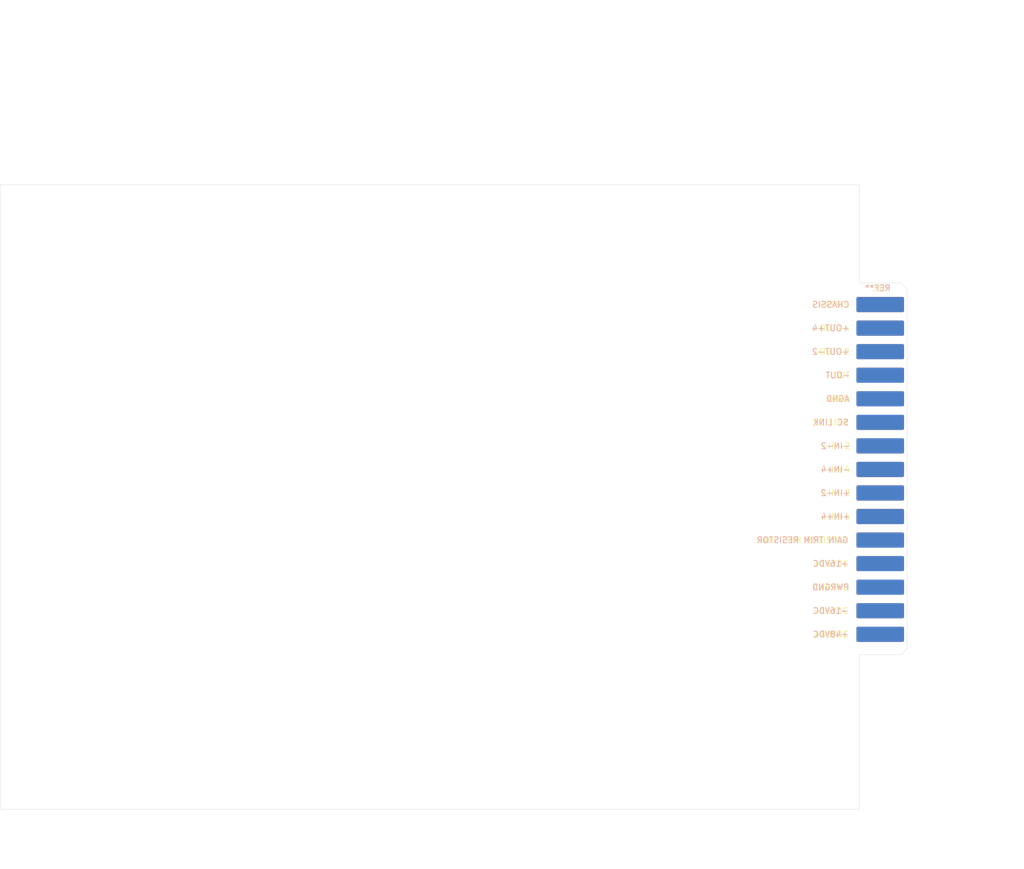
<source format=kicad_pcb>
(kicad_pcb (version 20171130) (host pcbnew "(5.1.8)-1")

  (general
    (thickness 1.6)
    (drawings 34)
    (tracks 0)
    (zones 0)
    (modules 1)
    (nets 16)
  )

  (page A4)
  (title_block
    (title "Series 500 (EDA 306)")
    (company "kiCAD Template by Tormy Van Cool - Elektroakustik")
  )

  (layers
    (0 F.Cu signal)
    (31 B.Cu signal)
    (32 B.Adhes user)
    (33 F.Adhes user)
    (34 B.Paste user)
    (35 F.Paste user)
    (36 B.SilkS user)
    (37 F.SilkS user)
    (38 B.Mask user)
    (39 F.Mask user)
    (40 Dwgs.User user)
    (41 Cmts.User user)
    (42 Eco1.User user)
    (43 Eco2.User user)
    (44 Edge.Cuts user)
    (45 Margin user)
    (46 B.CrtYd user)
    (47 F.CrtYd user)
    (48 B.Fab user)
    (49 F.Fab user)
  )

  (setup
    (last_trace_width 0.25)
    (trace_clearance 0.2)
    (zone_clearance 0.508)
    (zone_45_only no)
    (trace_min 0.2)
    (via_size 0.8)
    (via_drill 0.4)
    (via_min_size 0.4)
    (via_min_drill 0.3)
    (uvia_size 0.3)
    (uvia_drill 0.1)
    (uvias_allowed no)
    (uvia_min_size 0.2)
    (uvia_min_drill 0.1)
    (edge_width 0.05)
    (segment_width 0.2)
    (pcb_text_width 0.3)
    (pcb_text_size 1.5 1.5)
    (mod_edge_width 0.12)
    (mod_text_size 1 1)
    (mod_text_width 0.15)
    (pad_size 2.54 8)
    (pad_drill 0)
    (pad_to_mask_clearance 0)
    (aux_axis_origin 0 0)
    (grid_origin 1.35 0)
    (visible_elements 7FFFFFFF)
    (pcbplotparams
      (layerselection 0x010fc_ffffffff)
      (usegerberextensions false)
      (usegerberattributes true)
      (usegerberadvancedattributes true)
      (creategerberjobfile true)
      (excludeedgelayer true)
      (linewidth 0.100000)
      (plotframeref false)
      (viasonmask false)
      (mode 1)
      (useauxorigin false)
      (hpglpennumber 1)
      (hpglpenspeed 20)
      (hpglpendiameter 15.000000)
      (psnegative false)
      (psa4output false)
      (plotreference true)
      (plotvalue true)
      (plotinvisibletext false)
      (padsonsilk false)
      (subtractmaskfromsilk false)
      (outputformat 1)
      (mirror false)
      (drillshape 1)
      (scaleselection 1)
      (outputdirectory ""))
  )

  (net 0 "")
  (net 1 /CHASSIS)
  (net 2 /+OUT+4)
  (net 3 /+OUT-2)
  (net 4 /-OUT)
  (net 5 /AGND)
  (net 6 /SC_LINK)
  (net 7 /-IN-2)
  (net 8 /-IN+4)
  (net 9 /+IN-2)
  (net 10 /+IN+4)
  (net 11 /GAIN_ADJ)
  (net 12 +16V)
  (net 13 GND)
  (net 14 -16V)
  (net 15 +48V)

  (net_class Default "This is the default net class."
    (clearance 0.2)
    (trace_width 0.25)
    (via_dia 0.8)
    (via_drill 0.4)
    (uvia_dia 0.3)
    (uvia_drill 0.1)
    (add_net +16V)
    (add_net +48V)
    (add_net -16V)
    (add_net /+IN+4)
    (add_net /+IN-2)
    (add_net /+OUT+4)
    (add_net /+OUT-2)
    (add_net /-IN+4)
    (add_net /-IN-2)
    (add_net /-OUT)
    (add_net /AGND)
    (add_net /CHASSIS)
    (add_net /GAIN_ADJ)
    (add_net /SC_LINK)
    (add_net GND)
  )

  (net_class Power ""
    (clearance 0.4)
    (trace_width 0.5)
    (via_dia 1)
    (via_drill 0.4)
    (uvia_dia 0.3)
    (uvia_drill 0.1)
  )

  (module Cards:EDA_306 (layer F.Cu) (tedit 5FFC3835) (tstamp 6000F62E)
    (at 198.5 98.899)
    (path /5FFC4F9F)
    (fp_text reference J1 (at -0.396 -26.532) (layer F.SilkS)
      (effects (font (size 1 1) (thickness 0.15)))
    )
    (fp_text value "EDA 306" (at 0 -11.192) (layer F.Fab)
      (effects (font (size 1 1) (thickness 0.15)))
    )
    (fp_text user REF** (at -0.396 -26.532 180) (layer B.SilkS)
      (effects (font (size 1 1) (thickness 0.15)) (justify mirror))
    )
    (fp_text user EDA_306 (at 0 -11.192 180) (layer B.Fab)
      (effects (font (size 1 1) (thickness 0.15)) (justify mirror))
    )
    (fp_text user CHASSIS (at -8.316 -23.76 180) (layer B.SilkS)
      (effects (font (size 1 1) (thickness 0.15)) (justify mirror))
    )
    (fp_text user +OUT+4 (at -8.316 -19.8 180) (layer B.SilkS)
      (effects (font (size 1 1) (thickness 0.15)) (justify mirror))
    )
    (fp_text user +OUT-2 (at -8.316 -15.84 180) (layer B.SilkS)
      (effects (font (size 1 1) (thickness 0.15)) (justify mirror))
    )
    (fp_text user -OUT (at -7.128 -11.88 180) (layer B.SilkS)
      (effects (font (size 1 1) (thickness 0.15)) (justify mirror))
    )
    (fp_text user AGND (at -7.128 -7.92 180) (layer B.SilkS)
      (effects (font (size 1 1) (thickness 0.15)) (justify mirror))
    )
    (fp_text user "SC LINK" (at -8.316 -3.96 180) (layer B.SilkS)
      (effects (font (size 1 1) (thickness 0.15)) (justify mirror))
    )
    (fp_text user -IN-2 (at -7.524 0 180) (layer B.SilkS)
      (effects (font (size 1 1) (thickness 0.15)) (justify mirror))
    )
    (fp_text user -IN+4 (at -7.524 3.96 180) (layer B.SilkS)
      (effects (font (size 1 1) (thickness 0.15)) (justify mirror))
    )
    (fp_text user +IN-2 (at -7.524 7.92 180) (layer B.SilkS)
      (effects (font (size 1 1) (thickness 0.15)) (justify mirror))
    )
    (fp_text user +IN+4 (at -7.524 11.88 180) (layer B.SilkS)
      (effects (font (size 1 1) (thickness 0.15)) (justify mirror))
    )
    (fp_text user "GAIN TRIM RESISTOR" (at -13.068 15.84 180) (layer B.SilkS)
      (effects (font (size 1 1) (thickness 0.15)) (justify mirror))
    )
    (fp_text user +16VDC (at -8.316 19.8 180) (layer B.SilkS)
      (effects (font (size 1 1) (thickness 0.15)) (justify mirror))
    )
    (fp_text user PWRGND (at -8.316 23.76 180) (layer B.SilkS)
      (effects (font (size 1 1) (thickness 0.15)) (justify mirror))
    )
    (fp_text user -16VDC (at -8.316 27.72 180) (layer B.SilkS)
      (effects (font (size 1 1) (thickness 0.15)) (justify mirror))
    )
    (fp_text user +48VDC (at -8.316 31.68 180) (layer B.SilkS)
      (effects (font (size 1 1) (thickness 0.15)) (justify mirror))
    )
    (fp_text user +48VDC (at -8.316 31.68) (layer F.SilkS)
      (effects (font (size 1 1) (thickness 0.15)))
    )
    (fp_text user -16VDC (at -8.316 27.72) (layer F.SilkS)
      (effects (font (size 1 1) (thickness 0.15)))
    )
    (fp_text user PWRGND (at -8.316 23.76) (layer F.SilkS)
      (effects (font (size 1 1) (thickness 0.15)))
    )
    (fp_text user +16VDC (at -8.316 19.8) (layer F.SilkS)
      (effects (font (size 1 1) (thickness 0.15)))
    )
    (fp_text user "GAIN TRIM RESISTOR" (at -13.068 15.84) (layer F.SilkS)
      (effects (font (size 1 1) (thickness 0.15)))
    )
    (fp_text user +IN+4 (at -7.524 11.88) (layer F.SilkS)
      (effects (font (size 1 1) (thickness 0.15)))
    )
    (fp_text user +IN-2 (at -7.524 7.92) (layer F.SilkS)
      (effects (font (size 1 1) (thickness 0.15)))
    )
    (fp_text user -IN+4 (at -7.524 3.96) (layer F.SilkS)
      (effects (font (size 1 1) (thickness 0.15)))
    )
    (fp_text user -IN-2 (at -7.524 0) (layer F.SilkS)
      (effects (font (size 1 1) (thickness 0.15)))
    )
    (fp_text user "SC LINK" (at -8.316 -3.96) (layer F.SilkS)
      (effects (font (size 1 1) (thickness 0.15)))
    )
    (fp_text user AGND (at -7.128 -7.92) (layer F.SilkS)
      (effects (font (size 1 1) (thickness 0.15)))
    )
    (fp_text user -OUT (at -7.128 -11.88) (layer F.SilkS)
      (effects (font (size 1 1) (thickness 0.15)))
    )
    (fp_text user +OUT-2 (at -8.316 -15.84) (layer F.SilkS)
      (effects (font (size 1 1) (thickness 0.15)))
    )
    (fp_text user +OUT+4 (at -8.316 -19.8) (layer F.SilkS)
      (effects (font (size 1 1) (thickness 0.15)))
    )
    (fp_text user CHASSIS (at -8.316 -23.76) (layer F.SilkS)
      (effects (font (size 1 1) (thickness 0.15)))
    )
    (fp_text user EDA_306 (at 0 -28.908) (layer F.Fab)
      (effects (font (size 1 1) (thickness 0.15)))
    )
    (pad 1 connect roundrect (at 0 -23.76 270) (size 2.54 8) (layers *.Mask B.Cu) (roundrect_rratio 0.098)
      (net 1 /CHASSIS))
    (pad 2 connect roundrect (at 0 -19.8 270) (size 2.54 8) (layers *.Mask B.Cu) (roundrect_rratio 0.098)
      (net 2 /+OUT+4))
    (pad 3 connect roundrect (at 0 -15.84 270) (size 2.54 8) (layers *.Mask B.Cu) (roundrect_rratio 0.098)
      (net 3 /+OUT-2))
    (pad 4 connect roundrect (at 0 -11.88 270) (size 2.54 8) (layers *.Mask B.Cu) (roundrect_rratio 0.098)
      (net 4 /-OUT))
    (pad 5 connect roundrect (at 0 -7.92 270) (size 2.54 8) (layers *.Mask B.Cu) (roundrect_rratio 0.098)
      (net 5 /AGND))
    (pad 6 connect roundrect (at 0 -3.96 270) (size 2.54 8) (layers *.Mask B.Cu) (roundrect_rratio 0.098)
      (net 6 /SC_LINK))
    (pad 7 connect roundrect (at 0 0 270) (size 2.54 8) (layers *.Mask B.Cu) (roundrect_rratio 0.098)
      (net 7 /-IN-2))
    (pad 8 connect roundrect (at 0 3.96 270) (size 2.54 8) (layers *.Mask B.Cu) (roundrect_rratio 0.098)
      (net 8 /-IN+4))
    (pad 9 connect roundrect (at 0 7.92 270) (size 2.54 8) (layers *.Mask B.Cu) (roundrect_rratio 0.098)
      (net 9 /+IN-2))
    (pad 10 connect roundrect (at 0 11.88 270) (size 2.54 8) (layers *.Mask B.Cu) (roundrect_rratio 0.098)
      (net 10 /+IN+4))
    (pad 11 connect roundrect (at 0 15.84 270) (size 2.54 8) (layers *.Mask B.Cu) (roundrect_rratio 0.098)
      (net 11 /GAIN_ADJ))
    (pad 12 connect roundrect (at 0 19.8 270) (size 2.54 8) (layers *.Mask B.Cu) (roundrect_rratio 0.098)
      (net 12 +16V))
    (pad 13 connect roundrect (at 0 23.76 270) (size 2.54 8) (layers *.Mask B.Cu) (roundrect_rratio 0.098)
      (net 13 GND))
    (pad 14 connect roundrect (at 0 27.72 270) (size 2.54 8) (layers *.Mask B.Cu) (roundrect_rratio 0.098)
      (net 14 -16V))
    (pad 15 connect roundrect (at 0 31.68 270) (size 2.54 8) (layers *.Mask B.Cu) (roundrect_rratio 0.098)
      (net 15 +48V))
    (pad 15 connect roundrect (at 0 31.68 90) (size 2.54 8) (layers *.Mask F.Cu) (roundrect_rratio 0.098)
      (net 15 +48V))
    (pad 14 connect roundrect (at 0 27.72 90) (size 2.54 8) (layers *.Mask F.Cu) (roundrect_rratio 0.098)
      (net 14 -16V))
    (pad 13 connect roundrect (at 0 23.76 90) (size 2.54 8) (layers *.Mask F.Cu) (roundrect_rratio 0.098)
      (net 13 GND))
    (pad 12 connect roundrect (at 0 19.8 90) (size 2.54 8) (layers *.Mask F.Cu) (roundrect_rratio 0.098)
      (net 12 +16V))
    (pad 11 connect roundrect (at 0 15.84 90) (size 2.54 8) (layers *.Mask F.Cu) (roundrect_rratio 0.098)
      (net 11 /GAIN_ADJ))
    (pad 10 connect roundrect (at 0 11.88 90) (size 2.54 8) (layers *.Mask F.Cu) (roundrect_rratio 0.098)
      (net 10 /+IN+4))
    (pad 9 connect roundrect (at 0 7.92 90) (size 2.54 8) (layers *.Mask F.Cu) (roundrect_rratio 0.098)
      (net 9 /+IN-2))
    (pad 8 connect roundrect (at 0 3.96 90) (size 2.54 8) (layers *.Mask F.Cu) (roundrect_rratio 0.098)
      (net 8 /-IN+4))
    (pad 7 connect roundrect (at 0 0 90) (size 2.54 8) (layers *.Mask F.Cu) (roundrect_rratio 0.098)
      (net 7 /-IN-2))
    (pad 6 connect roundrect (at 0 -3.96 90) (size 2.54 8) (layers *.Mask F.Cu) (roundrect_rratio 0.098)
      (net 6 /SC_LINK))
    (pad 5 connect roundrect (at 0 -7.92 90) (size 2.54 8) (layers *.Mask F.Cu) (roundrect_rratio 0.098)
      (net 5 /AGND))
    (pad 4 connect roundrect (at 0 -11.88 90) (size 2.54 8) (layers *.Mask F.Cu) (roundrect_rratio 0.098)
      (net 4 /-OUT))
    (pad 3 connect roundrect (at 0 -15.84 90) (size 2.54 8) (layers *.Mask F.Cu) (roundrect_rratio 0.098)
      (net 3 /+OUT-2))
    (pad 2 connect roundrect (at 0 -19.8 90) (size 2.54 8) (layers *.Mask F.Cu) (roundrect_rratio 0.098)
      (net 2 /+OUT+4))
    (pad 1 connect roundrect (at 0 -23.76 90) (size 2.54 8) (layers *.Mask F.Cu) (roundrect_rratio 0.098)
      (net 1 /CHASSIS))
  )

  (gr_text "No room between the PCB and the front panel" (at 55.35 24.9) (layer Dwgs.User) (tstamp 6000F5E4)
    (effects (font (size 1 1) (thickness 0.15)) (justify left))
  )
  (gr_line (start 50.65 27.9) (end 50.65 25) (layer Dwgs.User) (width 0.15) (tstamp 6000F5D8))
  (gr_line (start 53.15 24) (end 54.15 25) (layer Dwgs.User) (width 0.15) (tstamp 6000F5DB))
  (gr_line (start 54.15 25) (end 53.15 26) (layer Dwgs.User) (width 0.15) (tstamp 6000F5DE))
  (gr_line (start 50.65 25) (end 54.15 25) (layer Dwgs.User) (width 0.15) (tstamp 6000F5E1))
  (dimension 3.96 (width 0.15) (layer Dwgs.User) (tstamp 6000F5B2)
    (gr_text "3.960 mm" (at 214.348 77.22 270) (layer Dwgs.User) (tstamp 6000F5B2)
      (effects (font (size 1 1) (thickness 0.15)))
    )
    (feature1 (pts (xy 201.96 79.2) (xy 213.634421 79.2)))
    (feature2 (pts (xy 201.96 75.24) (xy 213.634421 75.24)))
    (crossbar (pts (xy 213.048 75.24) (xy 213.048 79.2)))
    (arrow1a (pts (xy 213.048 79.2) (xy 212.461579 78.073496)))
    (arrow1b (pts (xy 213.048 79.2) (xy 213.634421 78.073496)))
    (arrow2a (pts (xy 213.048 75.24) (xy 212.461579 76.366504)))
    (arrow2b (pts (xy 213.048 75.24) (xy 213.634421 76.366504)))
  )
  (dimension 144.35 (width 0.15) (layer Dwgs.User) (tstamp 6000F5BB)
    (gr_text "144.350 mm" (at 122.825 27.2) (layer Dwgs.User) (tstamp 6000F5BB)
      (effects (font (size 1 1) (thickness 0.15)))
    )
    (feature1 (pts (xy 50.65 55) (xy 50.65 27.913579)))
    (feature2 (pts (xy 195 55) (xy 195 27.913579)))
    (crossbar (pts (xy 195 28.5) (xy 50.65 28.5)))
    (arrow1a (pts (xy 50.65 28.5) (xy 51.776504 27.913579)))
    (arrow1b (pts (xy 50.65 28.5) (xy 51.776504 29.086421)))
    (arrow2a (pts (xy 195 28.5) (xy 193.873496 27.913579)))
    (arrow2b (pts (xy 195 28.5) (xy 193.873496 29.086421)))
  )
  (gr_line (start 52 55) (end 52 170) (layer Dwgs.User) (width 0.15) (tstamp 6000F5B7))
  (dimension 105 (width 0.15) (layer Dwgs.User) (tstamp 6000F5C7)
    (gr_text "105.000 mm" (at 221.3 107.5 270) (layer Dwgs.User) (tstamp 6000F5C7)
      (effects (font (size 1 1) (thickness 0.15)))
    )
    (feature1 (pts (xy 195 160) (xy 220.586421 160)))
    (feature2 (pts (xy 195 55) (xy 220.586421 55)))
    (crossbar (pts (xy 220 55) (xy 220 160)))
    (arrow1a (pts (xy 220 160) (xy 219.413579 158.873496)))
    (arrow1b (pts (xy 220 160) (xy 220.586421 158.873496)))
    (arrow2a (pts (xy 220 55) (xy 219.413579 56.126504)))
    (arrow2b (pts (xy 220 55) (xy 220.586421 56.126504)))
  )
  (dimension 26 (width 0.15) (layer Dwgs.User) (tstamp 6000F5C1)
    (gr_text "26.000 mm" (at 211.3 147 270) (layer Dwgs.User) (tstamp 6000F5C1)
      (effects (font (size 1 1) (thickness 0.15)))
    )
    (feature1 (pts (xy 195 160) (xy 210.586421 160)))
    (feature2 (pts (xy 195 134) (xy 210.586421 134)))
    (crossbar (pts (xy 210 134) (xy 210 160)))
    (arrow1a (pts (xy 210 160) (xy 209.413579 158.873496)))
    (arrow1b (pts (xy 210 160) (xy 210.586421 158.873496)))
    (arrow2a (pts (xy 210 134) (xy 209.413579 135.126504)))
    (arrow2b (pts (xy 210 134) (xy 210.586421 135.126504)))
  )
  (dimension 62.5 (width 0.15) (layer Dwgs.User) (tstamp 6000F5CD)
    (gr_text "62.500 mm" (at 211.3 102.75 270) (layer Dwgs.User) (tstamp 6000F5CD)
      (effects (font (size 1 1) (thickness 0.15)))
    )
    (feature1 (pts (xy 195 134) (xy 210.586421 134)))
    (feature2 (pts (xy 195 71.5) (xy 210.586421 71.5)))
    (crossbar (pts (xy 210 71.5) (xy 210 134)))
    (arrow1a (pts (xy 210 134) (xy 209.413579 132.873496)))
    (arrow1b (pts (xy 210 134) (xy 210.586421 132.873496)))
    (arrow2a (pts (xy 210 71.5) (xy 209.413579 72.626504)))
    (arrow2b (pts (xy 210 71.5) (xy 210.586421 72.626504)))
  )
  (dimension 16.5 (width 0.15) (layer Dwgs.User) (tstamp 6000F5D3)
    (gr_text "16.500 mm" (at 211.3 63.25 270) (layer Dwgs.User) (tstamp 6000F5D3)
      (effects (font (size 1 1) (thickness 0.15)))
    )
    (feature1 (pts (xy 195 71.5) (xy 210.586421 71.5)))
    (feature2 (pts (xy 195 55) (xy 210.586421 55)))
    (crossbar (pts (xy 210 55) (xy 210 71.5)))
    (arrow1a (pts (xy 210 71.5) (xy 209.413579 70.373496)))
    (arrow1b (pts (xy 210 71.5) (xy 210.586421 70.373496)))
    (arrow2a (pts (xy 210 55) (xy 209.413579 56.126504)))
    (arrow2b (pts (xy 210 55) (xy 210.586421 56.126504)))
  )
  (gr_text "Cut here in case mounted on \"L\" shaped aluminium support\ndirectly in physical contact with the PCB" (at 56.5 36) (layer Dwgs.User) (tstamp 6000F5E7)
    (effects (font (size 1 1) (thickness 0.15)) (justify left))
  )
  (dimension 143 (width 0.15) (layer Dwgs.User) (tstamp 6000F59A)
    (gr_text "143.000 mm" (at 123.5 38.2) (layer Dwgs.User) (tstamp 6000F59A)
      (effects (font (size 1 1) (thickness 0.15)))
    )
    (feature1 (pts (xy 52 55) (xy 52 38.913579)))
    (feature2 (pts (xy 195 55) (xy 195 38.913579)))
    (crossbar (pts (xy 195 39.5) (xy 52 39.5)))
    (arrow1a (pts (xy 52 39.5) (xy 53.126504 38.913579)))
    (arrow1b (pts (xy 52 39.5) (xy 53.126504 40.086421)))
    (arrow2a (pts (xy 195 39.5) (xy 193.873496 38.913579)))
    (arrow2b (pts (xy 195 39.5) (xy 193.873496 40.086421)))
  )
  (gr_line (start 60.5 46) (end 61.5 47) (layer Dwgs.User) (width 0.15) (tstamp 6000F59F))
  (gr_line (start 61.5 47) (end 60.5 48) (layer Dwgs.User) (width 0.15) (tstamp 6000F5A2))
  (gr_line (start 58 47) (end 61.5 47) (layer Dwgs.User) (width 0.15) (tstamp 6000F5A5))
  (gr_line (start 55.5 36) (end 54.5 37) (layer Dwgs.User) (width 0.15) (tstamp 6000F5AB))
  (gr_line (start 54.5 35) (end 55.5 36) (layer Dwgs.User) (width 0.15) (tstamp 6000F5A8))
  (gr_line (start 52 36) (end 55.5 36) (layer Dwgs.User) (width 0.15) (tstamp 6000F5AE))
  (gr_line (start 52 39.5) (end 52 36) (layer Dwgs.User) (width 0.15) (tstamp 6000F596))
  (dimension 137 (width 0.15) (layer Dwgs.User) (tstamp 6000F588)
    (gr_text "137.000 mm" (at 126.5 49.200001) (layer Dwgs.User) (tstamp 6000F588)
      (effects (font (size 1 1) (thickness 0.15)))
    )
    (feature1 (pts (xy 58 55) (xy 58 49.91358)))
    (feature2 (pts (xy 195 55) (xy 195 49.91358)))
    (crossbar (pts (xy 195 50.500001) (xy 58 50.500001)))
    (arrow1a (pts (xy 58 50.500001) (xy 59.126504 49.91358)))
    (arrow1b (pts (xy 58 50.500001) (xy 59.126504 51.086422)))
    (arrow2a (pts (xy 195 50.500001) (xy 193.873496 49.91358)))
    (arrow2b (pts (xy 195 50.500001) (xy 193.873496 51.086422)))
  )
  (gr_text "Cut here in case mounted on \"L\" shaped Aluminium support\nleaving room for screws form the front panel" (at 62.5 47) (layer Dwgs.User) (tstamp 6000F5EA)
    (effects (font (size 1 1) (thickness 0.15)) (justify left))
  )
  (gr_line (start 58 170) (end 58 47) (layer Dwgs.User) (width 0.15) (tstamp 6000F58D))
  (gr_line (start 203 133) (end 203 72.5) (layer Edge.Cuts) (width 0.05) (tstamp 6000F6C8))
  (gr_line (start 50.65 160) (end 50.65 55) (layer Edge.Cuts) (width 0.05) (tstamp 6000F6C5))
  (gr_line (start 195 55) (end 50.65 55) (layer Edge.Cuts) (width 0.05) (tstamp 6000F6BC))
  (gr_line (start 195 160) (end 50.65 160) (layer Edge.Cuts) (width 0.05) (tstamp 6000F6B9))
  (gr_line (start 202 71.5) (end 203 72.5) (layer Edge.Cuts) (width 0.05) (tstamp 6000F6B6))
  (gr_line (start 202 134) (end 203 133) (layer Edge.Cuts) (width 0.05) (tstamp 6000F6B3))
  (gr_line (start 195 134) (end 202 134) (layer Edge.Cuts) (width 0.05) (tstamp 6000F6C2))
  (gr_line (start 195 71.5) (end 202 71.5) (layer Edge.Cuts) (width 0.05) (tstamp 6000F6BF))
  (gr_line (start 195 134) (end 195 160) (layer Edge.Cuts) (width 0.05) (tstamp 6000F593))
  (gr_line (start 195 71.5) (end 195 55) (layer Edge.Cuts) (width 0.05) (tstamp 6000F590))

)

</source>
